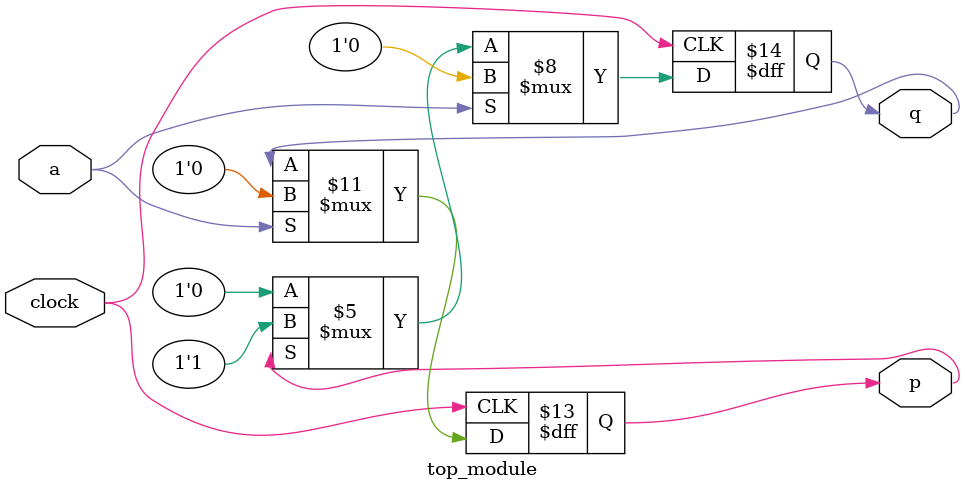
<source format=sv>
module top_module (
	input clock,
	input a, 
	output reg p,
	output reg q
);

always @(posedge clock) begin
	if (a == 1'b1) begin
		p <= 1'b0;
		q <= 1'b0;
	end else begin
		if (p == 1'b1)
			q <= 1'b1;
		else
			q <= 1'b0;
		p <= q;
	end
end

endmodule

</source>
